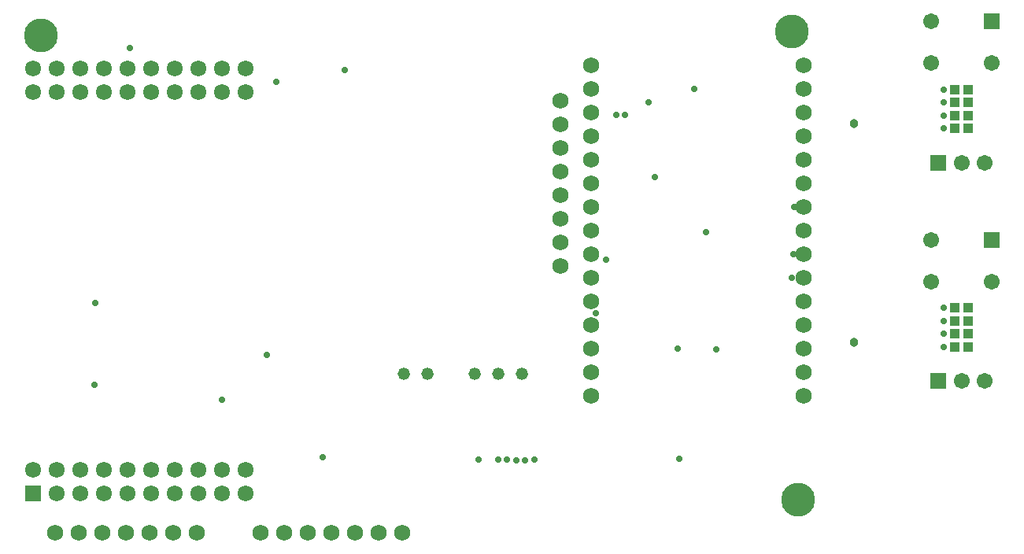
<source format=gbr>
%TF.GenerationSoftware,Altium Limited,Altium Designer,24.2.2 (26)*%
G04 Layer_Color=16711935*
%FSLAX45Y45*%
%MOMM*%
%TF.SameCoordinates,E03CB206-BB87-4E68-BEA4-A169BFC7E2EA*%
%TF.FilePolarity,Negative*%
%TF.FileFunction,Soldermask,Bot*%
%TF.Part,CustomerPanel*%
G01*
G75*
%TA.AperFunction,ComponentPad*%
%ADD40C,1.32080*%
%ADD57C,1.72720*%
%ADD58C,1.70320*%
%ADD59R,1.70320X1.70320*%
%TA.AperFunction,ViaPad*%
%ADD60C,0.71120*%
%ADD61C,0.96520*%
%ADD62C,3.63220*%
%TA.AperFunction,ComponentPad*%
%ADD63R,1.72320X1.72320*%
%ADD64C,1.72320*%
%TA.AperFunction,SMDPad,CuDef*%
%ADD65R,1.00320X1.00320*%
D40*
X5532120Y4620260D02*
D03*
X5786120D02*
D03*
X5278120D02*
D03*
X4770120D02*
D03*
X4516120D02*
D03*
D57*
X761594Y2910987D02*
D03*
X1015594D02*
D03*
X1269594D02*
D03*
X1523594D02*
D03*
X1777594D02*
D03*
X2031594D02*
D03*
X2285594D02*
D03*
X2971394D02*
D03*
X3225394D02*
D03*
X3479394D02*
D03*
X3733394D02*
D03*
X3987394D02*
D03*
X4241394D02*
D03*
X4495394D02*
D03*
X6200140Y7556500D02*
D03*
Y7302500D02*
D03*
Y7048500D02*
D03*
Y6794500D02*
D03*
Y6540500D02*
D03*
Y6286500D02*
D03*
Y6032500D02*
D03*
Y5778500D02*
D03*
X6525260Y7937500D02*
D03*
Y7683500D02*
D03*
Y7429500D02*
D03*
Y7175500D02*
D03*
Y6921500D02*
D03*
Y6667500D02*
D03*
Y6413500D02*
D03*
Y6159500D02*
D03*
Y5905500D02*
D03*
Y5651500D02*
D03*
Y5397500D02*
D03*
Y5143500D02*
D03*
Y4889500D02*
D03*
Y4635500D02*
D03*
Y4381500D02*
D03*
X8811260D02*
D03*
Y4635500D02*
D03*
Y4889500D02*
D03*
Y5143500D02*
D03*
Y5397500D02*
D03*
Y5651500D02*
D03*
Y5905500D02*
D03*
Y6159500D02*
D03*
Y6413500D02*
D03*
Y6667500D02*
D03*
Y6921500D02*
D03*
Y7175500D02*
D03*
Y7429500D02*
D03*
Y7683500D02*
D03*
Y7937500D02*
D03*
D58*
X10763060Y4544060D02*
D03*
X10513060D02*
D03*
X10838060Y5614460D02*
D03*
X10188060D02*
D03*
Y6064460D02*
D03*
X10763060Y6893560D02*
D03*
X10513060D02*
D03*
X10838060Y7963960D02*
D03*
X10188060D02*
D03*
Y8413960D02*
D03*
D59*
X10263060Y4544060D02*
D03*
X10838060Y6064460D02*
D03*
X10263060Y6893560D02*
D03*
X10838060Y8413960D02*
D03*
D60*
X10322560Y4912360D02*
D03*
Y5052060D02*
D03*
Y5191760D02*
D03*
Y5331460D02*
D03*
X3639820Y3721100D02*
D03*
X3881120Y7889240D02*
D03*
X1567180Y8125460D02*
D03*
X2560320Y4343400D02*
D03*
X1196340Y5384800D02*
D03*
X1183640Y4505960D02*
D03*
X5320792Y3702812D02*
D03*
X5527040Y3695700D02*
D03*
X5623560Y3700780D02*
D03*
X5722620Y3690620D02*
D03*
X5821329Y3692809D02*
D03*
X5920740Y3700780D02*
D03*
X3040380Y4823460D02*
D03*
X6583456Y5270500D02*
D03*
X6692900Y5852160D02*
D03*
X7477760Y3708400D02*
D03*
X8689340Y5651500D02*
D03*
X8704580Y5905500D02*
D03*
X6797040Y7410450D02*
D03*
X6893331Y7403775D02*
D03*
X7211060Y6741160D02*
D03*
X8714740Y6413500D02*
D03*
X7457440Y4896348D02*
D03*
X7767320Y6146800D02*
D03*
X7876540Y4881880D02*
D03*
X3139440Y7759700D02*
D03*
X7640320Y7683500D02*
D03*
X7150100Y7543800D02*
D03*
X10322560Y7261860D02*
D03*
Y7401560D02*
D03*
Y7541260D02*
D03*
Y7680960D02*
D03*
D61*
X9357360Y4963160D02*
D03*
Y7312660D02*
D03*
D62*
X614680Y8262620D02*
D03*
X8684260Y8305800D02*
D03*
X8755380Y3268980D02*
D03*
D63*
X528320Y3335020D02*
D03*
D64*
X782320D02*
D03*
X1036320D02*
D03*
X1290320D02*
D03*
X1544320D02*
D03*
X1798320D02*
D03*
X2052320D02*
D03*
X2306320D02*
D03*
X2560320D02*
D03*
X2814320D02*
D03*
X528320Y7907020D02*
D03*
Y3589020D02*
D03*
Y7653020D02*
D03*
X782320Y7907020D02*
D03*
Y3589020D02*
D03*
Y7653020D02*
D03*
X1036320Y7907020D02*
D03*
Y3589020D02*
D03*
Y7653020D02*
D03*
X1290320Y7907020D02*
D03*
Y3589020D02*
D03*
Y7653020D02*
D03*
X1544320Y7907020D02*
D03*
Y3589020D02*
D03*
Y7653020D02*
D03*
X1798320Y7907020D02*
D03*
Y3589020D02*
D03*
Y7653020D02*
D03*
X2052320Y7907020D02*
D03*
Y3589020D02*
D03*
Y7653020D02*
D03*
X2306320Y7907020D02*
D03*
Y3589020D02*
D03*
Y7653020D02*
D03*
X2560320Y7907020D02*
D03*
Y3589020D02*
D03*
Y7653020D02*
D03*
X2814320Y7907020D02*
D03*
Y3589020D02*
D03*
Y7653020D02*
D03*
D65*
X10588060Y5331460D02*
D03*
X10438060D02*
D03*
X10588060Y4912360D02*
D03*
X10438060D02*
D03*
X10588060Y5052060D02*
D03*
X10438060D02*
D03*
X10588060Y5191760D02*
D03*
X10438060D02*
D03*
X10588060Y7680960D02*
D03*
X10438060D02*
D03*
X10588060Y7261860D02*
D03*
X10438060D02*
D03*
X10588060Y7401560D02*
D03*
X10438060D02*
D03*
X10588060Y7541260D02*
D03*
X10438060D02*
D03*
%TF.MD5,9f1a5bced3139d5ab5e31ba35cdfd076*%
M02*

</source>
